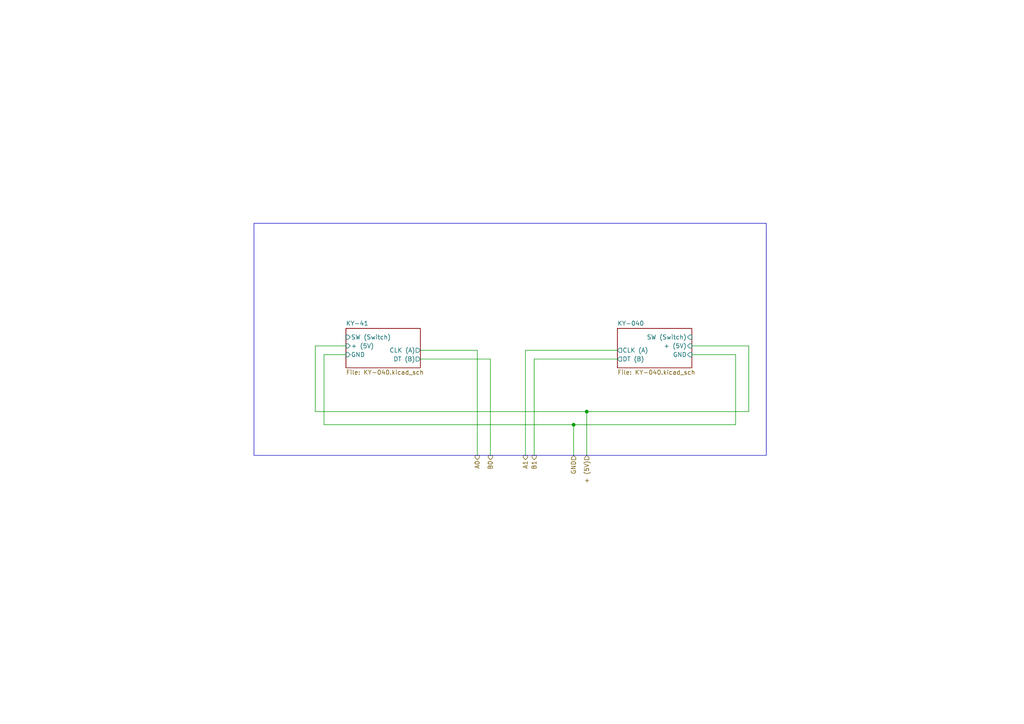
<source format=kicad_sch>
(kicad_sch
	(version 20231120)
	(generator "eeschema")
	(generator_version "8.0")
	(uuid "6d339a5a-9173-4216-b0f8-7a7956f9a141")
	(paper "A4")
	(lib_symbols)
	(junction
		(at 166.37 123.19)
		(diameter 0)
		(color 0 0 0 0)
		(uuid "80c3666b-4b5e-46c3-b1c9-45ff1ad7886b")
	)
	(junction
		(at 170.18 119.38)
		(diameter 0)
		(color 0 0 0 0)
		(uuid "b34ced02-d27a-4b71-afaa-99b2effe106a")
	)
	(wire
		(pts
			(xy 121.92 104.14) (xy 142.24 104.14)
		)
		(stroke
			(width 0)
			(type default)
		)
		(uuid "02b3609e-915a-4eb8-b3d0-8a52cf0e82fa")
	)
	(wire
		(pts
			(xy 217.17 100.33) (xy 217.17 119.38)
		)
		(stroke
			(width 0)
			(type default)
		)
		(uuid "0a95fed6-1193-4274-92aa-2cbf114ef250")
	)
	(wire
		(pts
			(xy 91.44 119.38) (xy 170.18 119.38)
		)
		(stroke
			(width 0)
			(type default)
		)
		(uuid "0eb5f1c0-2a31-4b6f-9825-4b3fd9062c45")
	)
	(wire
		(pts
			(xy 138.43 101.6) (xy 138.43 132.08)
		)
		(stroke
			(width 0)
			(type default)
		)
		(uuid "25e6e5de-6e95-4093-9edb-2ffeaa5e36bd")
	)
	(wire
		(pts
			(xy 154.94 104.14) (xy 179.07 104.14)
		)
		(stroke
			(width 0)
			(type default)
		)
		(uuid "33a978da-b398-4ee2-b92a-79c36b4aceba")
	)
	(wire
		(pts
			(xy 121.92 101.6) (xy 138.43 101.6)
		)
		(stroke
			(width 0)
			(type default)
		)
		(uuid "40458196-5147-4c52-b29a-497ce4a02564")
	)
	(wire
		(pts
			(xy 91.44 100.33) (xy 91.44 119.38)
		)
		(stroke
			(width 0)
			(type default)
		)
		(uuid "53753718-31dd-42cf-92c4-fbf019d69414")
	)
	(wire
		(pts
			(xy 213.36 123.19) (xy 166.37 123.19)
		)
		(stroke
			(width 0)
			(type default)
		)
		(uuid "556fa637-d502-4843-8200-f8d7527ae824")
	)
	(wire
		(pts
			(xy 100.33 100.33) (xy 91.44 100.33)
		)
		(stroke
			(width 0)
			(type default)
		)
		(uuid "586ecf35-c9c0-4637-91b2-1b088b0e65c7")
	)
	(wire
		(pts
			(xy 93.98 102.87) (xy 93.98 123.19)
		)
		(stroke
			(width 0)
			(type default)
		)
		(uuid "6d107b46-3f32-4237-9f6d-83561ed892b6")
	)
	(wire
		(pts
			(xy 200.66 100.33) (xy 217.17 100.33)
		)
		(stroke
			(width 0)
			(type default)
		)
		(uuid "72c343f7-b691-4e4e-8da3-922f5d839c4d")
	)
	(wire
		(pts
			(xy 152.4 101.6) (xy 179.07 101.6)
		)
		(stroke
			(width 0)
			(type default)
		)
		(uuid "79913caf-2d57-4079-97fe-528991e71231")
	)
	(wire
		(pts
			(xy 217.17 119.38) (xy 170.18 119.38)
		)
		(stroke
			(width 0)
			(type default)
		)
		(uuid "7a4fe91a-368e-4447-8df3-149fe2cf2b2c")
	)
	(wire
		(pts
			(xy 93.98 123.19) (xy 166.37 123.19)
		)
		(stroke
			(width 0)
			(type default)
		)
		(uuid "853e67b4-3fed-4794-950f-9f65f48c8880")
	)
	(wire
		(pts
			(xy 100.33 102.87) (xy 93.98 102.87)
		)
		(stroke
			(width 0)
			(type default)
		)
		(uuid "8fef5c55-4f21-4749-8aad-f7a4b305b7f9")
	)
	(wire
		(pts
			(xy 154.94 132.08) (xy 154.94 104.14)
		)
		(stroke
			(width 0)
			(type default)
		)
		(uuid "915e2616-28ef-490a-b075-d67d9e11fe04")
	)
	(wire
		(pts
			(xy 213.36 102.87) (xy 213.36 123.19)
		)
		(stroke
			(width 0)
			(type default)
		)
		(uuid "9439ed18-bd90-4da0-b002-71e1c969e92f")
	)
	(wire
		(pts
			(xy 166.37 123.19) (xy 166.37 132.08)
		)
		(stroke
			(width 0)
			(type default)
		)
		(uuid "96af2a79-3382-4da7-9787-51ba1ccc4bf5")
	)
	(wire
		(pts
			(xy 152.4 132.08) (xy 152.4 101.6)
		)
		(stroke
			(width 0)
			(type default)
		)
		(uuid "9debca4d-b480-40a6-8078-0ab33ce3b815")
	)
	(wire
		(pts
			(xy 170.18 119.38) (xy 170.18 132.08)
		)
		(stroke
			(width 0)
			(type default)
		)
		(uuid "bea1765e-969c-45a1-87a8-54c4eeb71a7a")
	)
	(wire
		(pts
			(xy 142.24 104.14) (xy 142.24 132.08)
		)
		(stroke
			(width 0)
			(type default)
		)
		(uuid "ce99a928-cca5-447f-aa50-e468d13b0edf")
	)
	(wire
		(pts
			(xy 200.66 102.87) (xy 213.36 102.87)
		)
		(stroke
			(width 0)
			(type default)
		)
		(uuid "ec0d5e1c-c1d9-40a4-8359-711c6a866913")
	)
	(rectangle
		(start 73.66 64.77)
		(end 222.25 132.08)
		(stroke
			(width 0)
			(type default)
		)
		(fill
			(type none)
		)
		(uuid 7fc6566a-b839-464e-b922-c6d978e0c25a)
	)
	(hierarchical_label "A0"
		(shape output)
		(at 138.43 132.08 270)
		(fields_autoplaced yes)
		(effects
			(font
				(size 1.27 1.27)
			)
			(justify right)
		)
		(uuid "0649bcd9-c32e-4cc2-87e1-66870cbb3ccf")
	)
	(hierarchical_label "A1"
		(shape output)
		(at 152.4 132.08 270)
		(fields_autoplaced yes)
		(effects
			(font
				(size 1.27 1.27)
			)
			(justify right)
		)
		(uuid "5b52201b-e33f-43e9-ae60-8a237d1da84f")
	)
	(hierarchical_label "GND"
		(shape input)
		(at 166.37 132.08 270)
		(fields_autoplaced yes)
		(effects
			(font
				(size 1.27 1.27)
			)
			(justify right)
		)
		(uuid "6406ecdb-23e1-4b43-9f6b-623362cd8b26")
	)
	(hierarchical_label "B0"
		(shape output)
		(at 142.24 132.08 270)
		(fields_autoplaced yes)
		(effects
			(font
				(size 1.27 1.27)
			)
			(justify right)
		)
		(uuid "726ab276-bdf2-41de-8608-d22e49463b06")
	)
	(hierarchical_label "+ (5V)"
		(shape input)
		(at 170.18 132.08 270)
		(fields_autoplaced yes)
		(effects
			(font
				(size 1.27 1.27)
			)
			(justify right)
		)
		(uuid "734a4899-6b53-430d-819a-a3cb69225a91")
	)
	(hierarchical_label "B1"
		(shape output)
		(at 154.94 132.08 270)
		(fields_autoplaced yes)
		(effects
			(font
				(size 1.27 1.27)
			)
			(justify right)
		)
		(uuid "e684e205-2ee4-48c3-996e-12947310f8c3")
	)
	(sheet
		(at 100.33 95.25)
		(size 21.59 11.43)
		(fields_autoplaced yes)
		(stroke
			(width 0.1524)
			(type solid)
		)
		(fill
			(color 0 0 0 0.0000)
		)
		(uuid "65fa614f-1b12-4cb5-96ed-863f656d7dcb")
		(property "Sheetname" "KY-41"
			(at 100.33 94.5384 0)
			(effects
				(font
					(size 1.27 1.27)
				)
				(justify left bottom)
			)
		)
		(property "Sheetfile" "KY-040.kicad_sch"
			(at 100.33 107.2646 0)
			(effects
				(font
					(size 1.27 1.27)
				)
				(justify left top)
			)
		)
		(pin "CLK (A)" output
			(at 121.92 101.6 0)
			(effects
				(font
					(size 1.27 1.27)
				)
				(justify right)
			)
			(uuid "034c7d87-b480-4f0c-bf91-431bcdf5ba14")
		)
		(pin "DT (B)" output
			(at 121.92 104.14 0)
			(effects
				(font
					(size 1.27 1.27)
				)
				(justify right)
			)
			(uuid "7aef2e8f-a5c7-41fa-b86c-455b50a9316d")
		)
		(pin "GND" input
			(at 100.33 102.87 180)
			(effects
				(font
					(size 1.27 1.27)
				)
				(justify left)
			)
			(uuid "d2293d5f-a32e-457f-a1a2-eaae7e2abff0")
		)
		(pin "SW (Switch)" input
			(at 100.33 97.79 180)
			(effects
				(font
					(size 1.27 1.27)
				)
				(justify left)
			)
			(uuid "5faa7d53-bb78-402c-b232-126f5f64bf12")
		)
		(pin "+ (5V)" input
			(at 100.33 100.33 180)
			(effects
				(font
					(size 1.27 1.27)
				)
				(justify left)
			)
			(uuid "96d1fb93-749b-479c-af4b-c24b46fbf9ac")
		)
		(instances
			(project "Complete-Rover-Systems"
				(path "/6fa62cff-8e96-404b-9f84-9cfa132ad8cc/2146f346-f308-4e74-928a-b40ca529e417"
					(page "9")
				)
			)
		)
	)
	(sheet
		(at 179.07 95.25)
		(size 21.59 11.43)
		(fields_autoplaced yes)
		(stroke
			(width 0.1524)
			(type solid)
		)
		(fill
			(color 0 0 0 0.0000)
		)
		(uuid "a51398d6-6cd5-4411-8ce6-f2b1780235d9")
		(property "Sheetname" "KY-040"
			(at 179.07 94.5384 0)
			(effects
				(font
					(size 1.27 1.27)
				)
				(justify left bottom)
			)
		)
		(property "Sheetfile" "KY-040.kicad_sch"
			(at 179.07 107.2646 0)
			(effects
				(font
					(size 1.27 1.27)
				)
				(justify left top)
			)
		)
		(pin "CLK (A)" output
			(at 179.07 101.6 180)
			(effects
				(font
					(size 1.27 1.27)
				)
				(justify left)
			)
			(uuid "94a88b9b-c9e8-4c78-988c-49d11bcc375f")
		)
		(pin "DT (B)" output
			(at 179.07 104.14 180)
			(effects
				(font
					(size 1.27 1.27)
				)
				(justify left)
			)
			(uuid "c842c3d3-2541-463f-824f-d66381f56b7b")
		)
		(pin "GND" input
			(at 200.66 102.87 0)
			(effects
				(font
					(size 1.27 1.27)
				)
				(justify right)
			)
			(uuid "0c7c2bb9-e77d-463a-8c01-928fef8284e1")
		)
		(pin "SW (Switch)" input
			(at 200.66 97.79 0)
			(effects
				(font
					(size 1.27 1.27)
				)
				(justify right)
			)
			(uuid "e7d93811-4c5c-43c7-b7f9-c090ed2eb4da")
		)
		(pin "+ (5V)" input
			(at 200.66 100.33 0)
			(effects
				(font
					(size 1.27 1.27)
				)
				(justify right)
			)
			(uuid "1912de57-12c9-41eb-823d-f092970c7af4")
		)
		(instances
			(project "Complete-Rover-Systems"
				(path "/6fa62cff-8e96-404b-9f84-9cfa132ad8cc/2146f346-f308-4e74-928a-b40ca529e417"
					(page "8")
				)
			)
		)
	)
)
</source>
